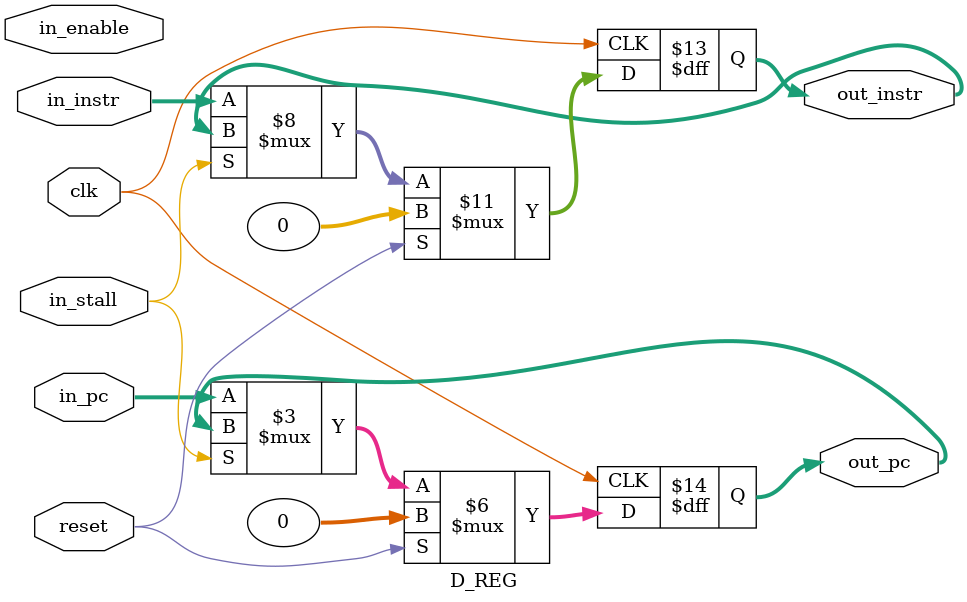
<source format=v>
`timescale 1ns/1ps
`include "_const.v"

module D_REG (
    input clk,
    input reset,
    input        in_stall,
    input        in_enable,

    input [31:0] in_instr,
    input [31:0] in_pc,

    output reg [31:0] out_instr,
    output reg [31:0] out_pc
);

    always @(posedge clk) begin
        if (reset) begin
            out_instr <= 0;
            out_pc    <= 0;
        end else if (!in_stall) begin
            out_instr <= in_instr;
            out_pc    <= in_pc;
        end
    end

endmodule
</source>
